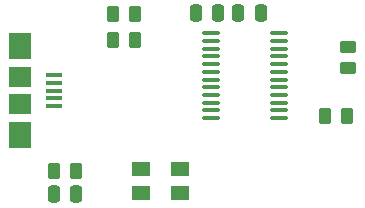
<source format=gbr>
%TF.GenerationSoftware,KiCad,Pcbnew,7.0.5-7.0.5~ubuntu20.04.1*%
%TF.CreationDate,2023-07-18T12:45:14+02:00*%
%TF.ProjectId,EpromEMU_TOP_new_STM32F3,4570726f-6d45-44d5-955f-544f505f6e65,rev?*%
%TF.SameCoordinates,Original*%
%TF.FileFunction,Paste,Top*%
%TF.FilePolarity,Positive*%
%FSLAX46Y46*%
G04 Gerber Fmt 4.6, Leading zero omitted, Abs format (unit mm)*
G04 Created by KiCad (PCBNEW 7.0.5-7.0.5~ubuntu20.04.1) date 2023-07-18 12:45:14*
%MOMM*%
%LPD*%
G01*
G04 APERTURE LIST*
G04 Aperture macros list*
%AMRoundRect*
0 Rectangle with rounded corners*
0 $1 Rounding radius*
0 $2 $3 $4 $5 $6 $7 $8 $9 X,Y pos of 4 corners*
0 Add a 4 corners polygon primitive as box body*
4,1,4,$2,$3,$4,$5,$6,$7,$8,$9,$2,$3,0*
0 Add four circle primitives for the rounded corners*
1,1,$1+$1,$2,$3*
1,1,$1+$1,$4,$5*
1,1,$1+$1,$6,$7*
1,1,$1+$1,$8,$9*
0 Add four rect primitives between the rounded corners*
20,1,$1+$1,$2,$3,$4,$5,0*
20,1,$1+$1,$4,$5,$6,$7,0*
20,1,$1+$1,$6,$7,$8,$9,0*
20,1,$1+$1,$8,$9,$2,$3,0*%
G04 Aperture macros list end*
%ADD10R,1.400000X0.400000*%
%ADD11R,1.900000X2.300000*%
%ADD12R,1.900000X1.800000*%
%ADD13RoundRect,0.250000X-0.250000X-0.475000X0.250000X-0.475000X0.250000X0.475000X-0.250000X0.475000X0*%
%ADD14RoundRect,0.100000X-0.637500X-0.100000X0.637500X-0.100000X0.637500X0.100000X-0.637500X0.100000X0*%
%ADD15R,1.600000X1.300000*%
%ADD16RoundRect,0.250000X0.262500X0.450000X-0.262500X0.450000X-0.262500X-0.450000X0.262500X-0.450000X0*%
%ADD17RoundRect,0.250000X-0.262500X-0.450000X0.262500X-0.450000X0.262500X0.450000X-0.262500X0.450000X0*%
%ADD18RoundRect,0.250000X0.450000X-0.262500X0.450000X0.262500X-0.450000X0.262500X-0.450000X-0.262500X0*%
G04 APERTURE END LIST*
D10*
%TO.C,J4*%
X104318400Y-88793800D03*
X104318400Y-89443800D03*
X104318400Y-90093800D03*
X104318400Y-90743800D03*
X104318400Y-91393800D03*
D11*
X101468400Y-93843800D03*
D12*
X101468400Y-91243800D03*
D11*
X101468400Y-86343800D03*
D12*
X101468400Y-88943800D03*
%TD*%
D13*
%TO.C,C5*%
X116372600Y-83515200D03*
X118272600Y-83515200D03*
%TD*%
%TO.C,C2*%
X119969200Y-83515200D03*
X121869200Y-83515200D03*
%TD*%
D14*
%TO.C,U2*%
X117660500Y-85248800D03*
X117660500Y-85898800D03*
X117660500Y-86548800D03*
X117660500Y-87198800D03*
X117660500Y-87848800D03*
X117660500Y-88498800D03*
X117660500Y-89148800D03*
X117660500Y-89798800D03*
X117660500Y-90448800D03*
X117660500Y-91098800D03*
X117660500Y-91748800D03*
X117660500Y-92398800D03*
X123385500Y-92398800D03*
X123385500Y-91748800D03*
X123385500Y-91098800D03*
X123385500Y-90448800D03*
X123385500Y-89798800D03*
X123385500Y-89148800D03*
X123385500Y-88498800D03*
X123385500Y-87848800D03*
X123385500Y-87198800D03*
X123385500Y-86548800D03*
X123385500Y-85898800D03*
X123385500Y-85248800D03*
%TD*%
D15*
%TO.C,Y1*%
X115010200Y-98739200D03*
X111710200Y-98739200D03*
X111710200Y-96739200D03*
X115010200Y-96739200D03*
%TD*%
D16*
%TO.C,R5*%
X106219000Y-96901000D03*
X104394000Y-96901000D03*
%TD*%
D17*
%TO.C,R4*%
X109348900Y-83616800D03*
X111173900Y-83616800D03*
%TD*%
%TO.C,R3*%
X109374300Y-85826600D03*
X111199300Y-85826600D03*
%TD*%
D18*
%TO.C,R2*%
X129286000Y-86389200D03*
X129286000Y-88214200D03*
%TD*%
D16*
%TO.C,R1*%
X129159000Y-92278200D03*
X127334000Y-92278200D03*
%TD*%
D13*
%TO.C,C4*%
X104348200Y-98882200D03*
X106248200Y-98882200D03*
%TD*%
M02*

</source>
